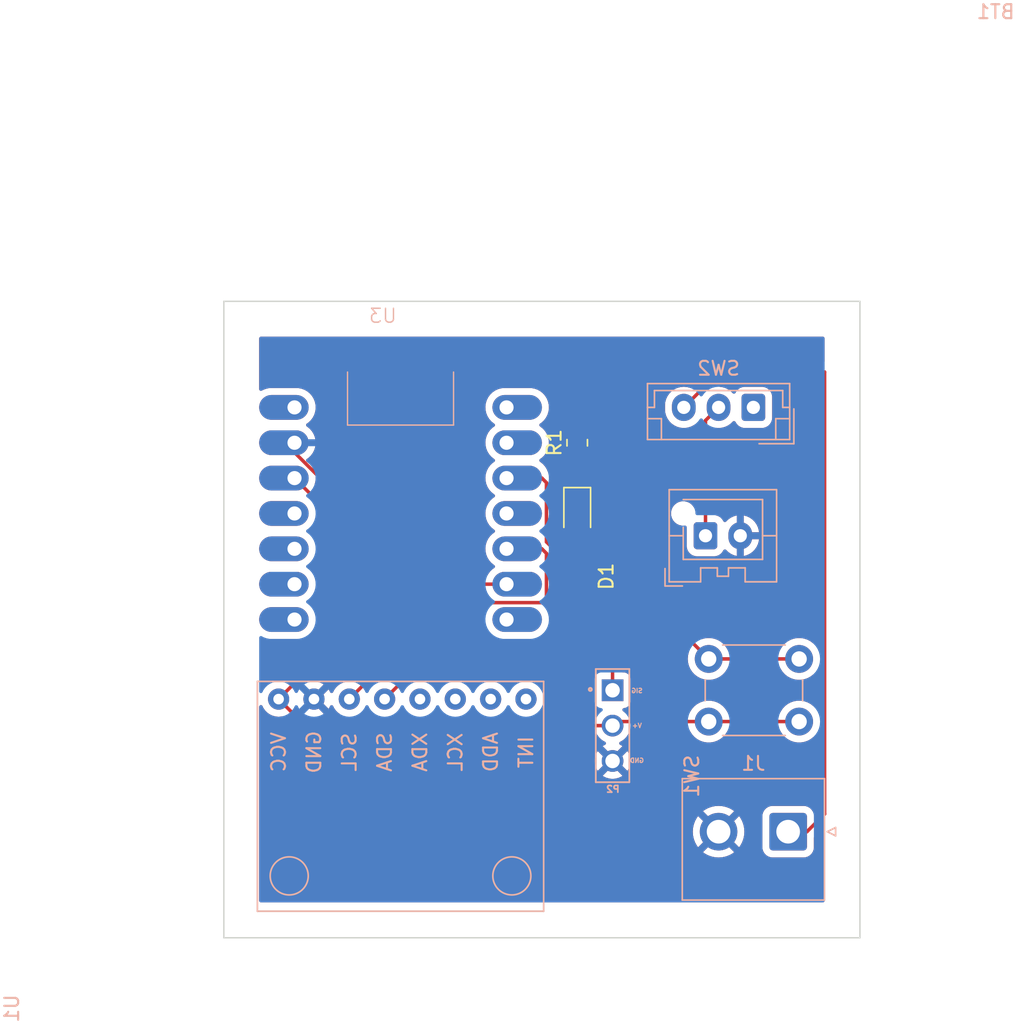
<source format=kicad_pcb>
(kicad_pcb (version 20221018) (generator pcbnew)
  (layers (0 "F.Cu" signal) (31 "B.Cu" signal) (34 "B.Paste" user) (35 "F.Paste" user) (36 "B.SilkS" user "B.Silkscreen") (37 "F.SilkS" user "F.Silkscreen") (38 "B.Mask" user) (39 "F.Mask" user) (44 "Edge.Cuts" user))
  (net 0 "")
  (net 1 "GND")
  (net 2 "Net-(D1-K)")
  (net 3 "Net-(D1-A)")
  (net 4 "+3V3")
  (net 5 "unconnected-(P2-SIGNAL-Pad1)")
  (net 8 "Net-(U1-SDA)")
  (net 9 "Net-(U1-SCL)")
  (net 19 "Net-(BT1-+)")
  (net 20 "Net-(J1-Pin_1)")
  (footprint "Resistor_SMD:R_0805_2012Metric_Pad1.20x1.40mm_HandSolder" (layer "F.Cu") (at 127 83.82 90)
    (fp_text reference "R1" (at 0 -1.65 90) (layer "F.SilkS"))
    (fp_text value "1k")
    (fp_line (start -0.227064 -0.735) (end 0.227064 -0.735) (stroke (width 0.12)) (layer "F.SilkS"))
    (fp_line (start -0.227064 0.735) (end 0.227064 0.735) (stroke (width 0.12)) (layer "F.SilkS"))
    (pad "1" smd roundrect (at -1 0 90) (size 1.2 1.4) (layers "F.Cu" "F.Paste" "F.Mask") (roundrect_rratio 0.2083333333) (net 2 "Net-(D1-K)"))
    (pad "2" smd roundrect (at 1 0 90) (size 1.2 1.4) (layers "F.Cu" "F.Paste" "F.Mask") (roundrect_rratio 0.2083333333) (net 1 "GND"))
  )
  (footprint "LED_SMD:LED_0805_2012Metric_Pad1.15x1.40mm_HandSolder" (layer "F.Cu") (at 127 88.9 -90)
    (fp_text reference "D1" (at 4.525 -2.085 90) (layer "F.SilkS"))
    (fp_text value "LED")
    (fp_line (start -1.86 -0.96) (end -1.86 0.96) (stroke (width 0.12)) (layer "F.SilkS"))
    (fp_line (start -1.86 0.96) (end 1 0.96) (stroke (width 0.12)) (layer "F.SilkS"))
    (fp_line (start 1 -0.96) (end -1.86 -0.96) (stroke (width 0.12)) (layer "F.SilkS"))
    (pad "1" smd roundrect (at -1.025 0 270) (size 1.15 1.4) (layers "F.Cu" "F.Paste" "F.Mask") (roundrect_rratio 0.2173913043) (net 2 "Net-(D1-K)"))
    (pad "2" smd roundrect (at 1.025 0 270) (size 1.15 1.4) (layers "F.Cu" "F.Paste" "F.Mask") (roundrect_rratio 0.2173913043) (net 3 "Net-(D1-A)"))
  )
  (footprint "Button_Switch_THT:SW_PUSH_6mm" (layer "B.Cu") (at 136.45 103.85)
    (fp_text reference "SW1" (at -1.21 3.92 90) (layer "B.SilkS") (effects (justify mirror)))
    (fp_text value "SW_SPST")
    (fp_line (start -0.25 -1.5) (end -0.25 -3) (stroke (width 0.12)) (layer "B.SilkS"))
    (fp_line (start 1 -5.5) (end 5.5 -5.5) (stroke (width 0.12)) (layer "B.SilkS"))
    (fp_line (start 5.5 1) (end 1 1) (stroke (width 0.12)) (layer "B.SilkS"))
    (fp_line (start 6.75 -3) (end 6.75 -1.5) (stroke (width 0.12)) (layer "B.SilkS"))
    (pad "1" thru_hole circle (at 0 0 270) (size 2 2) (drill 1.1) (layers "*.Cu" "*.Mask") (net 4 "+3V3"))
    (pad "1" thru_hole circle (at 6.5 0 270) (size 2 2) (drill 1.1) (layers "*.Cu" "*.Mask") (net 4 "+3V3"))
    (pad "2" thru_hole circle (at 0 -4.5 270) (size 2 2) (drill 1.1) (layers "*.Cu" "*.Mask") (net 3 "Net-(D1-A)"))
    (pad "2" thru_hole circle (at 6.5 -4.5 270) (size 2 2) (drill 1.1) (layers "*.Cu" "*.Mask") (net 3 "Net-(D1-A)"))
  )
  (footprint "Connector_JST:JST_EH_B3B-EH-A_1x03_P2.50mm_Vertical" (layer "B.Cu") (at 139.66 81.28 180)
    (fp_text reference "SW2" (at 2.5 2.8) (layer "B.SilkS") (effects (justify mirror)))
    (fp_text value "SW_SPDT")
    (fp_line (start -2.91 -2.61) (end -0.41 -2.61) (stroke (width 0.12)) (layer "B.SilkS"))
    (fp_line (start -2.91 -0.11) (end -2.91 -2.61) (stroke (width 0.12)) (layer "B.SilkS"))
    (fp_line (start -2.61 -2.31) (end 7.61 -2.31) (stroke (width 0.12)) (layer "B.SilkS"))
    (fp_line (start -2.61 -0.81) (end -1.61 -0.81) (stroke (width 0.12)) (layer "B.SilkS"))
    (fp_line (start -2.61 0) (end -2.11 0) (stroke (width 0.12)) (layer "B.SilkS"))
    (fp_line (start -2.61 1.71) (end -2.61 -2.31) (stroke (width 0.12)) (layer "B.SilkS"))
    (fp_line (start -2.11 0) (end -2.11 1.21) (stroke (width 0.12)) (layer "B.SilkS"))
    (fp_line (start -2.11 1.21) (end 7.11 1.21) (stroke (width 0.12)) (layer "B.SilkS"))
    (fp_line (start -1.61 -0.81) (end -1.61 -2.31) (stroke (width 0.12)) (layer "B.SilkS"))
    (fp_line (start 6.61 -0.81) (end 6.61 -2.31) (stroke (width 0.12)) (layer "B.SilkS"))
    (fp_line (start 7.11 0) (end 7.61 0) (stroke (width 0.12)) (layer "B.SilkS"))
    (fp_line (start 7.11 1.21) (end 7.11 0) (stroke (width 0.12)) (layer "B.SilkS"))
    (fp_line (start 7.61 -2.31) (end 7.61 1.71) (stroke (width 0.12)) (layer "B.SilkS"))
    (fp_line (start 7.61 -0.81) (end 6.61 -0.81) (stroke (width 0.12)) (layer "B.SilkS"))
    (fp_line (start 7.61 1.71) (end -2.61 1.71) (stroke (width 0.12)) (layer "B.SilkS"))
    (pad "1" thru_hole roundrect (at 0 0 180) (size 1.7 1.95) (drill 0.95) (layers "*.Cu" "*.Mask") (roundrect_rratio 0.1470588235))
    (pad "2" thru_hole oval (at 2.5 0 180) (size 1.7 1.95) (drill 0.95) (layers "*.Cu" "*.Mask") (net 19 "Net-(BT1-+)"))
    (pad "3" thru_hole oval (at 5 0 180) (size 1.7 1.95) (drill 0.95) (layers "*.Cu" "*.Mask") (net 20 "Net-(J1-Pin_1)"))
  )
  (footprint "Pulse_Sensor:XDCR_SEN-11574" (layer "B.Cu") (at 129.54 104.14)
    (fp_text reference "P2" (at 0.02405 4.563278 -360) (layer "B.SilkS") (effects (font (size 0.480894 0.480894)) (justify mirror)))
    (fp_text value "SEN-11574")
    (fp_text user "V+" (at 1.75586 0 -360) (layer "B.SilkS") (effects (font (size 0.321072 0.321072)) (justify mirror)))
    (fp_text user "GND" (at 1.75352 2.50503 -360) (layer "B.SilkS") (effects (font (size 0.320645 0.320645)) (justify mirror)))
    (fp_text user "SIG" (at 1.75512 -2.50731 -360) (layer "B.SilkS") (effects (font (size 0.320935 0.320935)) (justify mirror)))
    (fp_line (start -1.205 -4.065) (end -1.205 4.065) (stroke (width 0.127)) (layer "B.SilkS"))
    (fp_line (start -1.205 4.065) (end 1.205 4.065) (stroke (width 0.127)) (layer "B.SilkS"))
    (fp_line (start 1.205 -4.065) (end -1.205 -4.065) (stroke (width 0.127)) (layer "B.SilkS"))
    (fp_line (start 1.205 4.065) (end 1.205 -4.065) (stroke (width 0.127)) (layer "B.SilkS"))
    (fp_circle (center -1.6 -2.6) (end -1.5 -2.6) (stroke (width 0.1524)) (fill none) (layer "B.SilkS"))
    (pad "1" thru_hole rect (at 0 -2.54) (size 1.56 1.56) (drill 1.04) (layers "*.Cu" "*.Mask") (net 5 "unconnected-(P2-SIGNAL-Pad1)"))
    (pad "2" thru_hole circle (at 0 0) (size 1.56 1.56) (drill 1.04) (layers "*.Cu" "*.Mask") (net 4 "+3V3"))
    (pad "3" thru_hole circle (at 0 2.54) (size 1.56 1.56) (drill 1.04) (layers "*.Cu" "*.Mask") (net 1 "GND"))
  )
  (footprint "Connector_JST:JST_XA_B02B-XASK-1-A_1x02_P2.50mm_Vertical" (layer "B.Cu") (at 136.22 90.5)
    (fp_text reference "BT1" (at 20.855 -37.637 180) (layer "B.SilkS") (effects (justify mirror)))
    (fp_text value "Battery_Cell")
    (fp_line (start -2.91 3.61) (end -2.91 2.36) (stroke (width 0.12)) (layer "B.SilkS"))
    (fp_line (start -2.61 -3.31) (end 5.11 -3.31) (stroke (width 0.12)) (layer "B.SilkS"))
    (fp_line (start -2.61 0) (end -1.6 0) (stroke (width 0.12)) (layer "B.SilkS"))
    (fp_line (start -2.61 3.31) (end -2.61 -3.31) (stroke (width 0.12)) (layer "B.SilkS"))
    (fp_line (start -1.66 3.61) (end -2.91 3.61) (stroke (width 0.12)) (layer "B.SilkS"))
    (fp_line (start -1.6 -0.6) (end -1.6 1.7) (stroke (width 0.12)) (layer "B.SilkS"))
    (fp_line (start -1.6 1.7) (end 4.1 1.7) (stroke (width 0.12)) (layer "B.SilkS"))
    (fp_line (start -0.35 2.31) (end -0.35 3.31) (stroke (width 0.12)) (layer "B.SilkS"))
    (fp_line (start -0.35 3.31) (end -2.61 3.31) (stroke (width 0.12)) (layer "B.SilkS"))
    (fp_line (start 0.85 2.31) (end -0.35 2.31) (stroke (width 0.12)) (layer "B.SilkS"))
    (fp_line (start 0.85 2.91) (end 0.85 2.31) (stroke (width 0.12)) (layer "B.SilkS"))
    (fp_line (start 1.65 2.31) (end 1.65 2.91) (stroke (width 0.12)) (layer "B.SilkS"))
    (fp_line (start 1.65 2.91) (end 0.85 2.91) (stroke (width 0.12)) (layer "B.SilkS"))
    (fp_line (start 2.85 2.31) (end 1.65 2.31) (stroke (width 0.12)) (layer "B.SilkS"))
    (fp_line (start 2.85 3.31) (end 2.85 2.31) (stroke (width 0.12)) (layer "B.SilkS"))
    (fp_line (start 4.1 -2.6) (end -1.6 -2.6) (stroke (width 0.12)) (layer "B.SilkS"))
    (fp_line (start 4.1 1.7) (end 4.1 -2.6) (stroke (width 0.12)) (layer "B.SilkS"))
    (fp_line (start 5.11 -3.31) (end 5.11 3.31) (stroke (width 0.12)) (layer "B.SilkS"))
    (fp_line (start 5.11 0) (end 4.1 0) (stroke (width 0.12)) (layer "B.SilkS"))
    (fp_line (start 5.11 3.31) (end 2.85 3.31) (stroke (width 0.12)) (layer "B.SilkS"))
    (pad "" np_thru_hole circle (at -1.6 -1.6) (size 1.25 1.25) (drill 1.25) (layers "*.Cu" "*.Mask"))
    (pad "1" thru_hole roundrect (at 0 0) (size 1.7 1.95) (drill 0.95) (layers "*.Cu" "*.Mask") (roundrect_rratio 0.1470588235) (net 19 "Net-(BT1-+)"))
    (pad "2" thru_hole oval (at 2.5 0) (size 1.7 1.95) (drill 0.95) (layers "*.Cu" "*.Mask") (net 1 "GND"))
  )
  (footprint "XIAO ESP32S3:XIAO_ESP32_SENSE" (layer "B.Cu") (at 114.3 88.9 180)
    (fp_text reference "U3" (at 1.27 14.2 unlocked) (layer "B.SilkS") (effects (font (thickness 0.1)) (justify mirror)))
    (fp_text value "~")
    (fp_line (start -3.81 6.35) (end 3.81 6.35) (stroke (width 0.1)) (layer "B.SilkS"))
    (fp_line (start -3.81 10.16) (end -3.81 6.35) (stroke (width 0.1)) (layer "B.SilkS"))
    (fp_line (start 3.81 6.35) (end 3.81 10.16) (stroke (width 0.1)) (layer "B.SilkS"))
    (pad "1" thru_hole oval (at -7.62 7.62 180) (size 3.556 1.778) (drill 1.016 (offset -0.762 0)) (layers "*.Cu" "*.Mask"))
    (pad "2" thru_hole oval (at -7.62 5.08 180) (size 3.556 1.778) (drill 1.016 (offset -0.762 0)) (layers "*.Cu" "*.Mask"))
    (pad "3" thru_hole oval (at -7.62 2.54 180) (size 3.556 1.778) (drill 1.016 (offset -0.762 0)) (layers "*.Cu" "*.Mask") (net 5 "unconnected-(P2-SIGNAL-Pad1)"))
    (pad "4" thru_hole oval (at -7.62 0 180) (size 3.556 1.778) (drill 1.016 (offset -0.762 0)) (layers "*.Cu" "*.Mask") (net 4 "+3V3"))
    (pad "5" thru_hole oval (at -7.62 -2.54 180) (size 3.556 1.778) (drill 1.016 (offset -0.762 0)) (layers "*.Cu" "*.Mask") (net 8 "Net-(U1-SDA)"))
    (pad "6" thru_hole oval (at -7.62 -5.08 180) (size 3.556 1.778) (drill 1.016 (offset -0.762 0)) (layers "*.Cu" "*.Mask") (net 9 "Net-(U1-SCL)"))
    (pad "7" thru_hole oval (at -7.62 -7.62 180) (size 3.556 1.778) (drill 1.016 (offset -0.762 0)) (layers "*.Cu" "*.Mask"))
    (pad "8" thru_hole oval (at 7.62 7.62 180) (size 3.556 1.778) (drill 1.016 (offset 0.762 0)) (layers "*.Cu" "*.Mask"))
    (pad "9" thru_hole oval (at 7.62 5.08 180) (size 3.556 1.778) (drill 1.016 (offset 0.762 0)) (layers "*.Cu" "*.Mask") (net 1 "GND"))
    (pad "10" thru_hole oval (at 7.62 2.54 180) (size 3.556 1.778) (drill 1.016 (offset 0.762 0)) (layers "*.Cu" "*.Mask") (net 4 "+3V3"))
    (pad "11" thru_hole oval (at 7.62 0 180) (size 3.556 1.778) (drill 1.016 (offset 0.762 0)) (layers "*.Cu" "*.Mask"))
    (pad "12" thru_hole oval (at 7.62 -2.54 180) (size 3.556 1.778) (drill 1.016 (offset 0.762 0)) (layers "*.Cu" "*.Mask"))
    (pad "13" thru_hole oval (at 7.62 -5.08 180) (size 3.556 1.778) (drill 1.016 (offset 0.762 0)) (layers "*.Cu" "*.Mask"))
    (pad "14" thru_hole oval (at 7.62 -7.62 180) (size 3.556 1.778) (drill 1.016 (offset 0.762 0)) (layers "*.Cu" "*.Mask"))
  )
  (footprint "sensor_library:module_mpu6050" (layer "B.Cu") (at 123.317 102.235 -90)
    (fp_text reference "U1" (at 22.225 36.957 90) (layer "B.SilkS") (effects (justify mirror)))
    (fp_text value "module_mpu6050")
    (fp_text user "GND" (at 3.81 15.24 90) (layer "B.SilkS") (effects (justify mirror)))
    (fp_text user "XCL" (at 3.81 5.08 90) (layer "B.SilkS") (effects (justify mirror)))
    (fp_text user "SCL" (at 3.81 12.7 90) (layer "B.SilkS") (effects (justify mirror)))
    (fp_text user "VCC" (at 3.81 17.78 90) (layer "B.SilkS") (effects (justify mirror)))
    (fp_text user "SDA" (at 3.81 10.16 90) (layer "B.SilkS") (effects (justify mirror)))
    (fp_text user "XDA" (at 3.81 7.62 90) (layer "B.SilkS") (effects (justify mirror)))
    (fp_text user "ADD" (at 3.81 2.54 90) (layer "B.SilkS") (effects (justify mirror)))
    (fp_text user "INT" (at 3.81 0 90) (layer "B.SilkS") (effects (justify mirror)))
    (fp_line (start -1.27 -1.27) (end -1.27 19.304) (stroke (width 0.12)) (layer "B.SilkS"))
    (fp_line (start -1.27 19.304) (end 15.24 19.304) (stroke (width 0.12)) (layer "B.SilkS"))
    (fp_line (start 15.24 -1.27) (end -1.27 -1.27) (stroke (width 0.12)) (layer "B.SilkS"))
    (fp_line (start 15.24 19.304) (end 15.24 -1.27) (stroke (width 0.12)) (layer "B.SilkS"))
    (fp_circle (center 12.7 1.016) (end 13.208 -0.254) (stroke (width 0.12)) (fill none) (layer "B.SilkS"))
    (fp_circle (center 12.7 17.018) (end 13.208 15.748) (stroke (width 0.12)) (fill none) (layer "B.SilkS"))
    (pad "1" thru_hole circle (at 0 17.78 270) (size 1.524 1.524) (drill 0.762) (layers "*.Cu" "*.Mask") (net 4 "+3V3"))
    (pad "2" thru_hole circle (at 0 15.24 270) (size 1.524 1.524) (drill 0.762) (layers "*.Cu" "*.Mask") (net 1 "GND"))
    (pad "3" thru_hole circle (at 0 12.7 270) (size 1.524 1.524) (drill 0.762) (layers "*.Cu" "*.Mask") (net 9 "Net-(U1-SCL)"))
    (pad "4" thru_hole circle (at 0 10.16 270) (size 1.524 1.524) (drill 0.762) (layers "*.Cu" "*.Mask") (net 8 "Net-(U1-SDA)"))
    (pad "5" thru_hole circle (at 0 7.62 270) (size 1.524 1.524) (drill 0.762) (layers "*.Cu" "*.Mask"))
    (pad "6" thru_hole circle (at 0 5.08 270) (size 1.524 1.524) (drill 0.762) (layers "*.Cu" "*.Mask"))
    (pad "7" thru_hole circle (at 0 2.54 270) (size 1.524 1.524) (drill 0.762) (layers "*.Cu" "*.Mask"))
    (pad "8" thru_hole circle (at 0 0 270) (size 1.524 1.524) (drill 0.762) (layers "*.Cu" "*.Mask"))
  )
  (footprint "Connector_JST:JST_NV_B02P-NV_1x02_P5.00mm_Vertical" (layer "B.Cu") (at 142.16 111.76 180)
    (fp_text reference "J1" (at 2.5 4.9) (layer "B.SilkS") (effects (justify mirror)))
    (fp_text value "Conn_01x02_Pin")
    (fp_line (start -3.41 -0.3) (end -3.41 0.3) (stroke (width 0.12)) (layer "B.SilkS"))
    (fp_line (start -3.41 0.3) (end -2.81 0) (stroke (width 0.12)) (layer "B.SilkS"))
    (fp_line (start -2.81 0) (end -3.41 -0.3) (stroke (width 0.12)) (layer "B.SilkS"))
    (fp_line (start -2.61 -4.91) (end 7.61 -4.91) (stroke (width 0.12)) (layer "B.SilkS"))
    (fp_line (start -2.61 3.81) (end -2.61 -4.91) (stroke (width 0.12)) (layer "B.SilkS"))
    (fp_line (start 7.61 -4.91) (end 7.61 3.81) (stroke (width 0.12)) (layer "B.SilkS"))
    (fp_line (start 7.61 3.81) (end -2.61 3.81) (stroke (width 0.12)) (layer "B.SilkS"))
    (pad "1" thru_hole roundrect (at 0 0 180) (size 2.7 2.7) (drill 1.7) (layers "*.Cu" "*.Mask") (roundrect_rratio 0.09259296296) (net 20 "Net-(J1-Pin_1)"))
    (pad "2" thru_hole circle (at 5 0 180) (size 2.7 2.7) (drill 1.7) (layers "*.Cu" "*.Mask") (net 1 "GND"))
  )
  (gr_line (start 101.6 119.38) (end 147.32 119.38) (stroke (width 0.1)) (layer "Edge.Cuts"))
  (gr_line (start 147.32 73.66) (end 101.6 73.66) (stroke (width 0.1)) (layer "Edge.Cuts"))
  (gr_line (start 147.32 119.38) (end 147.32 73.66) (stroke (width 0.1)) (layer "Edge.Cuts"))
  (gr_line (start 101.6 73.66) (end 101.6 119.38) (stroke (width 0.1)) (layer "Edge.Cuts"))
  (segment (start 111.76 99.06) (end 111.252 99.06) (width 0.25) (layer "F.Cu") (net 1))
  (segment (start 105.983855 83.82) (end 111.76 89.596145) (width 0.25) (layer "F.Cu") (net 1))
  (segment (start 106.68 83.82) (end 105.983855 83.82) (width 0.25) (layer "F.Cu") (net 1))
  (segment (start 111.76 89.596145) (end 111.76 99.06) (width 0.25) (layer "F.Cu") (net 1))
  (segment (start 111.252 99.06) (end 108.077 102.235) (width 0.25) (layer "F.Cu") (net 1))
  (segment (start 127 84.82) (end 127 87.875) (width 0.25) (layer "F.Cu") (net 2))
  (segment (start 127 89.925) (end 127.025 89.925) (width 0.25) (layer "F.Cu") (net 3))
  (segment (start 136.45 99.35) (end 142.95 99.35) (width 0.25) (layer "F.Cu") (net 3))
  (segment (start 127.025 89.925) (end 136.45 99.35) (width 0.25) (layer "F.Cu") (net 3))
  (segment (start 129.54 104.14) (end 107.442 104.14) (width 0.25) (layer "F.Cu") (net 4))
  (segment (start 105.537 102.235) (end 109.22 98.552) (width 0.25) (layer "F.Cu") (net 4))
  (segment (start 136.45 103.85) (end 129.83 103.85) (width 0.25) (layer "F.Cu") (net 4))
  (segment (start 109.22 88.9) (end 106.68 86.36) (width 0.25) (layer "F.Cu") (net 4))
  (segment (start 107.442 104.14) (end 105.537 102.235) (width 0.25) (layer "F.Cu") (net 4))
  (segment (start 129.83 103.85) (end 129.54 104.14) (width 0.25) (layer "F.Cu") (net 4))
  (segment (start 109.22 98.552) (end 109.22 88.9) (width 0.25) (layer "F.Cu") (net 4))
  (segment (start 142.95 103.85) (end 136.45 103.85) (width 0.25) (layer "F.Cu") (net 4))
  (segment (start 124.46 86.36) (end 121.92 86.36) (width 0.25) (layer "F.Cu") (net 5))
  (segment (start 129.54 101.6) (end 129.54 95.692145) (width 0.25) (layer "F.Cu") (net 5))
  (segment (start 124.785 90.937145) (end 124.785 86.685) (width 0.25) (layer "F.Cu") (net 5))
  (segment (start 124.785 86.685) (end 124.46 86.36) (width 0.25) (layer "F.Cu") (net 5))
  (segment (start 129.54 95.692145) (end 124.785 90.937145) (width 0.25) (layer "F.Cu") (net 5))
  (segment (start 120.086 95.306) (end 124.774 95.306) (width 0.25) (layer "F.Cu") (net 8))
  (segment (start 124.785 95.295) (end 124.785 91.765) (width 0.25) (layer "F.Cu") (net 8))
  (segment (start 124.46 91.44) (end 121.92 91.44) (width 0.25) (layer "F.Cu") (net 8))
  (segment (start 124.774 95.306) (end 124.785 95.295) (width 0.25) (layer "F.Cu") (net 8))
  (segment (start 124.785 91.765) (end 124.46 91.44) (width 0.25) (layer "F.Cu") (net 8))
  (segment (start 113.157 102.235) (end 120.086 95.306) (width 0.25) (layer "F.Cu") (net 8))
  (segment (start 110.617 102.235) (end 118.872 93.98) (width 0.25) (layer "F.Cu") (net 9))
  (segment (start 118.872 93.98) (end 121.92 93.98) (width 0.25) (layer "F.Cu") (net 9))
  (segment (start 136.22 82.22) (end 137.16 81.28) (width 0.25) (layer "F.Cu") (net 19))
  (segment (start 136.22 90.5) (end 136.22 82.22) (width 0.25) (layer "F.Cu") (net 19))
  (segment (start 143.509999 111.76) (end 144.78 110.489999) (width 0.25) (layer "F.Cu") (net 20))
  (segment (start 142.16 111.76) (end 143.509999 111.76) (width 0.25) (layer "F.Cu") (net 20))
  (segment (start 137.2 78.74) (end 134.66 81.28) (width 0.25) (layer "F.Cu") (net 20))
  (segment (start 144.78 110.489999) (end 144.78 78.74) (width 0.25) (layer "F.Cu") (net 20))
  (segment (start 144.78 78.74) (end 137.2 78.74) (width 0.25) (layer "F.Cu") (net 20))
  (zone (net 1) (net_name "GND") (layers "F&B.Cu") (connect_pads (clearance 0.5)) (min_thickness 0.25) (fill yes (thermal_gap 0.5) (thermal_bridge_width 0.5))
    (polygon (pts (xy 104.14 76.2) (xy 104.14 116.84) (xy 144.78 116.84) (xy 144.78 76.2)))
  )
)
</source>
